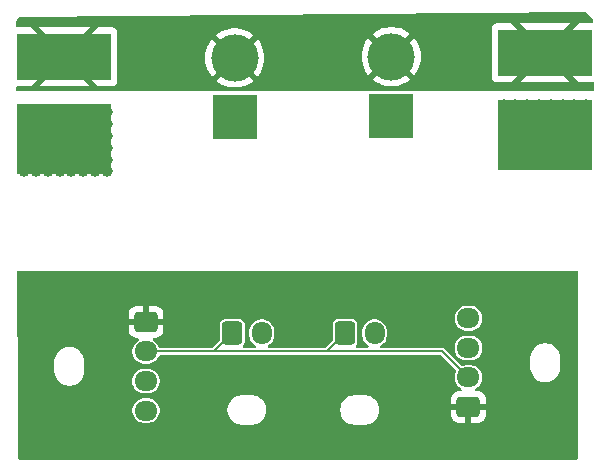
<source format=gbr>
%TF.GenerationSoftware,KiCad,Pcbnew,8.0.2*%
%TF.CreationDate,2024-06-04T11:42:55+09:00*%
%TF.ProjectId,RoboMaster branch circuit substrate,526f626f-4d61-4737-9465-72206272616e,rev?*%
%TF.SameCoordinates,Original*%
%TF.FileFunction,Copper,L1,Top*%
%TF.FilePolarity,Positive*%
%FSLAX46Y46*%
G04 Gerber Fmt 4.6, Leading zero omitted, Abs format (unit mm)*
G04 Created by KiCad (PCBNEW 8.0.2) date 2024-06-04 11:42:55*
%MOMM*%
%LPD*%
G01*
G04 APERTURE LIST*
G04 Aperture macros list*
%AMRoundRect*
0 Rectangle with rounded corners*
0 $1 Rounding radius*
0 $2 $3 $4 $5 $6 $7 $8 $9 X,Y pos of 4 corners*
0 Add a 4 corners polygon primitive as box body*
4,1,4,$2,$3,$4,$5,$6,$7,$8,$9,$2,$3,0*
0 Add four circle primitives for the rounded corners*
1,1,$1+$1,$2,$3*
1,1,$1+$1,$4,$5*
1,1,$1+$1,$6,$7*
1,1,$1+$1,$8,$9*
0 Add four rect primitives between the rounded corners*
20,1,$1+$1,$2,$3,$4,$5,0*
20,1,$1+$1,$4,$5,$6,$7,0*
20,1,$1+$1,$6,$7,$8,$9,0*
20,1,$1+$1,$8,$9,$2,$3,0*%
G04 Aperture macros list end*
%TA.AperFunction,SMDPad,CuDef*%
%ADD10R,8.000000X6.000000*%
%TD*%
%TA.AperFunction,SMDPad,CuDef*%
%ADD11R,8.000000X4.000000*%
%TD*%
%TA.AperFunction,ComponentPad*%
%ADD12RoundRect,0.250000X-0.725000X0.600000X-0.725000X-0.600000X0.725000X-0.600000X0.725000X0.600000X0*%
%TD*%
%TA.AperFunction,ComponentPad*%
%ADD13O,1.950000X1.700000*%
%TD*%
%TA.AperFunction,ComponentPad*%
%ADD14RoundRect,0.250000X-0.600000X-0.725000X0.600000X-0.725000X0.600000X0.725000X-0.600000X0.725000X0*%
%TD*%
%TA.AperFunction,ComponentPad*%
%ADD15O,1.700000X1.950000*%
%TD*%
%TA.AperFunction,ComponentPad*%
%ADD16R,3.800000X3.800000*%
%TD*%
%TA.AperFunction,ComponentPad*%
%ADD17C,4.000000*%
%TD*%
%TA.AperFunction,ComponentPad*%
%ADD18RoundRect,0.250000X0.725000X-0.600000X0.725000X0.600000X-0.725000X0.600000X-0.725000X-0.600000X0*%
%TD*%
%TA.AperFunction,ViaPad*%
%ADD19C,1.000000*%
%TD*%
%TA.AperFunction,Conductor*%
%ADD20C,0.200000*%
%TD*%
G04 APERTURE END LIST*
D10*
%TO.P,J11,1 GNDA*%
%TO.N,/-*%
X80410000Y-62580000D03*
D11*
%TO.P,J11,2 vcc*%
%TO.N,/+*%
X80410000Y-55580000D03*
%TD*%
D12*
%TO.P,J1,1,Pin_1*%
%TO.N,+5V*%
X87330000Y-78030000D03*
D13*
%TO.P,J1,2,Pin_2*%
%TO.N,/CANH*%
X87330000Y-80530000D03*
%TO.P,J1,3,Pin_3*%
%TO.N,/CANL*%
X87330000Y-83030000D03*
%TO.P,J1,4,Pin_4*%
%TO.N,GND*%
X87330000Y-85530000D03*
%TD*%
D14*
%TO.P,J3,1,Pin_1*%
%TO.N,/CANH*%
X94630000Y-78980000D03*
D15*
%TO.P,J3,2,Pin_2*%
%TO.N,/CANL*%
X97130000Y-78980000D03*
%TD*%
D14*
%TO.P,J4,1,Pin_1*%
%TO.N,/CANH*%
X104180000Y-78980000D03*
D15*
%TO.P,J4,2,Pin_2*%
%TO.N,/CANL*%
X106680000Y-78980000D03*
%TD*%
D16*
%TO.P,J14,1,Pin_1*%
%TO.N,/-*%
X108100000Y-60560000D03*
D17*
%TO.P,J14,2,Pin_2*%
%TO.N,/+*%
X108100000Y-55560000D03*
%TD*%
D16*
%TO.P,J13,1,Pin_1*%
%TO.N,/-*%
X94840000Y-60670000D03*
D17*
%TO.P,J13,2,Pin_2*%
%TO.N,/+*%
X94840000Y-55670000D03*
%TD*%
D10*
%TO.P,J12,1 GNDA*%
%TO.N,/-*%
X121110000Y-62230000D03*
D11*
%TO.P,J12,2 vcc*%
%TO.N,/+*%
X121110000Y-55230000D03*
%TD*%
D18*
%TO.P,J2,1,Pin_1*%
%TO.N,+5V*%
X114630000Y-85230000D03*
D13*
%TO.P,J2,2,Pin_2*%
%TO.N,/CANH*%
X114630000Y-82730000D03*
%TO.P,J2,3,Pin_3*%
%TO.N,/CANL*%
X114630000Y-80230000D03*
%TO.P,J2,4,Pin_4*%
%TO.N,GND*%
X114630000Y-77730000D03*
%TD*%
D19*
%TO.N,/-*%
X81010000Y-64280000D03*
X122610000Y-61680000D03*
X83010000Y-60280000D03*
X77010000Y-62280000D03*
X79010000Y-65280000D03*
X124610000Y-62680000D03*
X120610000Y-63680000D03*
X83010000Y-63280000D03*
X82010000Y-61280000D03*
X124610000Y-63680000D03*
X78010000Y-62280000D03*
X80010000Y-60280000D03*
X119610000Y-64680000D03*
X82010000Y-60280000D03*
X80010000Y-65280000D03*
X120610000Y-59680000D03*
X80010000Y-63280000D03*
X123610000Y-62680000D03*
X122610000Y-59680000D03*
X79010000Y-63280000D03*
X117610000Y-63680000D03*
X78010000Y-60280000D03*
X82010000Y-64280000D03*
X118610000Y-64680000D03*
X124610000Y-64680000D03*
X122610000Y-62680000D03*
X83010000Y-61280000D03*
X77010000Y-60280000D03*
X123610000Y-61680000D03*
X78010000Y-61280000D03*
X78010000Y-65280000D03*
X81010000Y-62280000D03*
X82010000Y-65280000D03*
X80010000Y-61280000D03*
X120610000Y-62680000D03*
X117610000Y-62680000D03*
X117610000Y-64680000D03*
X83010000Y-62280000D03*
X121610000Y-62680000D03*
X120610000Y-61680000D03*
X121610000Y-60680000D03*
X79010000Y-60280000D03*
X121610000Y-61680000D03*
X78010000Y-63280000D03*
X117610000Y-61680000D03*
X120610000Y-64680000D03*
X84010000Y-62280000D03*
X123610000Y-64680000D03*
X122610000Y-60680000D03*
X119610000Y-62680000D03*
X79010000Y-64280000D03*
X118610000Y-59680000D03*
X123610000Y-59680000D03*
X84010000Y-65280000D03*
X77010000Y-65280000D03*
X77010000Y-61280000D03*
X84010000Y-61280000D03*
X81010000Y-63280000D03*
X124610000Y-61680000D03*
X80010000Y-64280000D03*
X121610000Y-64680000D03*
X121610000Y-59680000D03*
X122610000Y-63680000D03*
X79010000Y-62280000D03*
X119610000Y-60680000D03*
X118610000Y-62680000D03*
X122610000Y-64680000D03*
X81010000Y-60280000D03*
X80010000Y-62280000D03*
X81010000Y-65280000D03*
X118610000Y-60680000D03*
X79010000Y-61280000D03*
X78010000Y-64280000D03*
X117610000Y-60680000D03*
X117610000Y-59680000D03*
X119610000Y-61680000D03*
X124610000Y-59680000D03*
X119610000Y-59680000D03*
X81010000Y-61280000D03*
X123610000Y-63680000D03*
X121610000Y-63680000D03*
X77010000Y-64280000D03*
X84010000Y-63280000D03*
X123610000Y-60680000D03*
X83010000Y-65280000D03*
X124610000Y-60680000D03*
X84010000Y-64280000D03*
X82010000Y-62280000D03*
X120610000Y-60680000D03*
X82010000Y-63280000D03*
X118610000Y-63680000D03*
X118610000Y-61680000D03*
X119610000Y-63680000D03*
X83010000Y-64280000D03*
X77010000Y-63280000D03*
X84010000Y-60280000D03*
%TD*%
D20*
%TO.N,/CANH*%
X104180000Y-78980000D02*
X102630000Y-80530000D01*
X87330000Y-80530000D02*
X112430000Y-80530000D01*
X94630000Y-78980000D02*
X93080000Y-80530000D01*
X112430000Y-80530000D02*
X114630000Y-82730000D01*
X87330000Y-80680000D02*
X87430000Y-80680000D01*
%TO.N,+5V*%
X87280000Y-78230000D02*
X87330000Y-78180000D01*
%TO.N,GND*%
X115280000Y-77880000D02*
X114630000Y-77880000D01*
%TD*%
%TA.AperFunction,Conductor*%
%TO.N,/+*%
G36*
X124560103Y-51810917D02*
G01*
X124602914Y-51834293D01*
X124617784Y-51843849D01*
X124774867Y-51961441D01*
X124788237Y-51973027D01*
X124926972Y-52111762D01*
X124938558Y-52125132D01*
X125033293Y-52251683D01*
X125056146Y-52282210D01*
X125065711Y-52297095D01*
X125159740Y-52469298D01*
X125167089Y-52485390D01*
X125195912Y-52562666D01*
X125200897Y-52632357D01*
X125167413Y-52693681D01*
X125106090Y-52727166D01*
X125079731Y-52730000D01*
X123963552Y-52730000D01*
X121463553Y-55230000D01*
X123963553Y-57730000D01*
X125157828Y-57730000D01*
X125157841Y-57729999D01*
X125162243Y-57729526D01*
X125231003Y-57741930D01*
X125282141Y-57789540D01*
X125299500Y-57852815D01*
X125299500Y-58376000D01*
X125279815Y-58443039D01*
X125227011Y-58488794D01*
X125175500Y-58500000D01*
X110159048Y-58500000D01*
X110092009Y-58480315D01*
X110090157Y-58479102D01*
X110078231Y-58471133D01*
X110078229Y-58471132D01*
X110078226Y-58471131D01*
X110019752Y-58459500D01*
X110019748Y-58459500D01*
X106180252Y-58459500D01*
X106180247Y-58459500D01*
X106121773Y-58471131D01*
X106121769Y-58471133D01*
X106109843Y-58479102D01*
X106043165Y-58499980D01*
X106040952Y-58500000D01*
X76424500Y-58500000D01*
X76357461Y-58480315D01*
X76311706Y-58427511D01*
X76300500Y-58376000D01*
X76300500Y-58204000D01*
X76320185Y-58136961D01*
X76372989Y-58091206D01*
X76424500Y-58080000D01*
X77556447Y-58080000D01*
X77556447Y-58079999D01*
X78263552Y-58079999D01*
X78263553Y-58080000D01*
X82556447Y-58080000D01*
X82556447Y-58079999D01*
X80410000Y-55933553D01*
X78263552Y-58079999D01*
X77556447Y-58079999D01*
X80056447Y-55580000D01*
X80763553Y-55580000D01*
X83263553Y-58080000D01*
X84457828Y-58080000D01*
X84457844Y-58079999D01*
X84517372Y-58073598D01*
X84517379Y-58073596D01*
X84652086Y-58023354D01*
X84652093Y-58023350D01*
X84767187Y-57937190D01*
X84767190Y-57937187D01*
X84853350Y-57822093D01*
X84853354Y-57822086D01*
X84903596Y-57687379D01*
X84903598Y-57687372D01*
X84909999Y-57627844D01*
X84910000Y-57627827D01*
X84910000Y-55669994D01*
X92335057Y-55669994D01*
X92335057Y-55670005D01*
X92354807Y-55983942D01*
X92354808Y-55983949D01*
X92413755Y-56292958D01*
X92510963Y-56592132D01*
X92510965Y-56592137D01*
X92644900Y-56876761D01*
X92644903Y-56876767D01*
X92813457Y-57142367D01*
X92813460Y-57142371D01*
X92904286Y-57252160D01*
X93724728Y-56431717D01*
X93810278Y-56549466D01*
X93960534Y-56699722D01*
X94078281Y-56785270D01*
X93254971Y-57608579D01*
X93254972Y-57608581D01*
X93497772Y-57784985D01*
X93497790Y-57784996D01*
X93773447Y-57936540D01*
X93773455Y-57936544D01*
X94065926Y-58052340D01*
X94370620Y-58130573D01*
X94370629Y-58130575D01*
X94682701Y-58169999D01*
X94682715Y-58170000D01*
X94997285Y-58170000D01*
X94997298Y-58169999D01*
X95309370Y-58130575D01*
X95309379Y-58130573D01*
X95614073Y-58052340D01*
X95906544Y-57936544D01*
X95906552Y-57936540D01*
X96182209Y-57784996D01*
X96182219Y-57784990D01*
X96425026Y-57608579D01*
X96425027Y-57608579D01*
X95601718Y-56785270D01*
X95719466Y-56699722D01*
X95869722Y-56549466D01*
X95955270Y-56431718D01*
X96775712Y-57252160D01*
X96866544Y-57142364D01*
X97035096Y-56876767D01*
X97035099Y-56876761D01*
X97169034Y-56592137D01*
X97169036Y-56592132D01*
X97266244Y-56292958D01*
X97325191Y-55983949D01*
X97325192Y-55983942D01*
X97344943Y-55670005D01*
X97344943Y-55669994D01*
X97338022Y-55559994D01*
X105595057Y-55559994D01*
X105595057Y-55560005D01*
X105614807Y-55873942D01*
X105614808Y-55873949D01*
X105673755Y-56182958D01*
X105770963Y-56482132D01*
X105770965Y-56482137D01*
X105904900Y-56766761D01*
X105904903Y-56766767D01*
X106073457Y-57032367D01*
X106073460Y-57032371D01*
X106164286Y-57142160D01*
X106984728Y-56321717D01*
X107070278Y-56439466D01*
X107220534Y-56589722D01*
X107338281Y-56675270D01*
X106514971Y-57498579D01*
X106514972Y-57498581D01*
X106757772Y-57674985D01*
X106757790Y-57674996D01*
X107033447Y-57826540D01*
X107033455Y-57826544D01*
X107325926Y-57942340D01*
X107630620Y-58020573D01*
X107630629Y-58020575D01*
X107942701Y-58059999D01*
X107942715Y-58060000D01*
X108257285Y-58060000D01*
X108257298Y-58059999D01*
X108569370Y-58020575D01*
X108569379Y-58020573D01*
X108874073Y-57942340D01*
X109166544Y-57826544D01*
X109166552Y-57826540D01*
X109442209Y-57674996D01*
X109442219Y-57674990D01*
X109685026Y-57498579D01*
X109685027Y-57498579D01*
X108861718Y-56675270D01*
X108979466Y-56589722D01*
X109129722Y-56439466D01*
X109215270Y-56321718D01*
X110035712Y-57142160D01*
X110126544Y-57032364D01*
X110295096Y-56766767D01*
X110295099Y-56766761D01*
X110429034Y-56482137D01*
X110429036Y-56482132D01*
X110526244Y-56182958D01*
X110585191Y-55873949D01*
X110585192Y-55873942D01*
X110604943Y-55560005D01*
X110604943Y-55559994D01*
X110585192Y-55246057D01*
X110585191Y-55246050D01*
X110526244Y-54937041D01*
X110429036Y-54637867D01*
X110429034Y-54637862D01*
X110295099Y-54353238D01*
X110295096Y-54353232D01*
X110126542Y-54087632D01*
X110126539Y-54087628D01*
X110035712Y-53977838D01*
X109215269Y-54798281D01*
X109129722Y-54680534D01*
X108979466Y-54530278D01*
X108861717Y-54444729D01*
X109685027Y-53621419D01*
X109685026Y-53621417D01*
X109442227Y-53445014D01*
X109442209Y-53445003D01*
X109166552Y-53293459D01*
X109166544Y-53293455D01*
X108885429Y-53182155D01*
X116610000Y-53182155D01*
X116610000Y-57277844D01*
X116616401Y-57337372D01*
X116616403Y-57337379D01*
X116666645Y-57472086D01*
X116666649Y-57472093D01*
X116752809Y-57587187D01*
X116752812Y-57587190D01*
X116867906Y-57673350D01*
X116867913Y-57673354D01*
X117002620Y-57723596D01*
X117002627Y-57723598D01*
X117062155Y-57729999D01*
X117062172Y-57730000D01*
X118256447Y-57730000D01*
X118256447Y-57729999D01*
X118963552Y-57729999D01*
X118963553Y-57730000D01*
X123256447Y-57730000D01*
X123256447Y-57729999D01*
X121110000Y-55583553D01*
X118963552Y-57729999D01*
X118256447Y-57729999D01*
X120756447Y-55230000D01*
X118256447Y-52730000D01*
X118963552Y-52730000D01*
X121110000Y-54876447D01*
X123256447Y-52730000D01*
X118963552Y-52730000D01*
X118256447Y-52730000D01*
X117062155Y-52730000D01*
X117002627Y-52736401D01*
X117002620Y-52736403D01*
X116867913Y-52786645D01*
X116867906Y-52786649D01*
X116752812Y-52872809D01*
X116752809Y-52872812D01*
X116666649Y-52987906D01*
X116666645Y-52987913D01*
X116616403Y-53122620D01*
X116616401Y-53122627D01*
X116610000Y-53182155D01*
X108885429Y-53182155D01*
X108874073Y-53177659D01*
X108569379Y-53099426D01*
X108569370Y-53099424D01*
X108257298Y-53060000D01*
X107942701Y-53060000D01*
X107630629Y-53099424D01*
X107630620Y-53099426D01*
X107325926Y-53177659D01*
X107033455Y-53293455D01*
X107033447Y-53293459D01*
X106757787Y-53445004D01*
X106757782Y-53445007D01*
X106514972Y-53621418D01*
X106514971Y-53621419D01*
X107338281Y-54444729D01*
X107220534Y-54530278D01*
X107070278Y-54680534D01*
X106984729Y-54798281D01*
X106164286Y-53977838D01*
X106164285Y-53977838D01*
X106073459Y-54087629D01*
X106073457Y-54087632D01*
X105904903Y-54353232D01*
X105904900Y-54353238D01*
X105770965Y-54637862D01*
X105770963Y-54637867D01*
X105673755Y-54937041D01*
X105614808Y-55246050D01*
X105614807Y-55246057D01*
X105595057Y-55559994D01*
X97338022Y-55559994D01*
X97325192Y-55356057D01*
X97325191Y-55356050D01*
X97266244Y-55047041D01*
X97169036Y-54747867D01*
X97169034Y-54747862D01*
X97035099Y-54463238D01*
X97035096Y-54463232D01*
X96866542Y-54197632D01*
X96866539Y-54197628D01*
X96775712Y-54087838D01*
X95955269Y-54908281D01*
X95869722Y-54790534D01*
X95719466Y-54640278D01*
X95601717Y-54554729D01*
X96425027Y-53731419D01*
X96425026Y-53731417D01*
X96182227Y-53555014D01*
X96182209Y-53555003D01*
X95906552Y-53403459D01*
X95906544Y-53403455D01*
X95614073Y-53287659D01*
X95309379Y-53209426D01*
X95309370Y-53209424D01*
X94997298Y-53170000D01*
X94682701Y-53170000D01*
X94370629Y-53209424D01*
X94370620Y-53209426D01*
X94065926Y-53287659D01*
X93773455Y-53403455D01*
X93773447Y-53403459D01*
X93497787Y-53555004D01*
X93497782Y-53555007D01*
X93254972Y-53731418D01*
X93254971Y-53731419D01*
X94078281Y-54554729D01*
X93960534Y-54640278D01*
X93810278Y-54790534D01*
X93724729Y-54908281D01*
X92904286Y-54087838D01*
X92904285Y-54087838D01*
X92813459Y-54197629D01*
X92813457Y-54197632D01*
X92644903Y-54463232D01*
X92644900Y-54463238D01*
X92510965Y-54747862D01*
X92510963Y-54747867D01*
X92413755Y-55047041D01*
X92354808Y-55356050D01*
X92354807Y-55356057D01*
X92335057Y-55669994D01*
X84910000Y-55669994D01*
X84910000Y-53532172D01*
X84909999Y-53532155D01*
X84903598Y-53472627D01*
X84903596Y-53472620D01*
X84853354Y-53337913D01*
X84853350Y-53337906D01*
X84767190Y-53222812D01*
X84767187Y-53222809D01*
X84652093Y-53136649D01*
X84652086Y-53136645D01*
X84517379Y-53086403D01*
X84517372Y-53086401D01*
X84457844Y-53080000D01*
X83263552Y-53080000D01*
X80763553Y-55580000D01*
X80056447Y-55580000D01*
X77556447Y-53080000D01*
X78263552Y-53080000D01*
X80410000Y-55226447D01*
X82556447Y-53080000D01*
X78263552Y-53080000D01*
X77556447Y-53080000D01*
X76435116Y-53080000D01*
X76368077Y-53060315D01*
X76322322Y-53007511D01*
X76311432Y-52947155D01*
X76315130Y-52895444D01*
X76317646Y-52877938D01*
X76359356Y-52686199D01*
X76364333Y-52669248D01*
X76432911Y-52485385D01*
X76440259Y-52469298D01*
X76534294Y-52297083D01*
X76543847Y-52282218D01*
X76566708Y-52251680D01*
X76622638Y-52209811D01*
X76664916Y-52201996D01*
X124499631Y-51795756D01*
X124560103Y-51810917D01*
G37*
%TD.AperFunction*%
%TD*%
%TA.AperFunction,Conductor*%
%TO.N,+5V*%
G36*
X123873039Y-73699685D02*
G01*
X123918794Y-73752489D01*
X123930000Y-73804000D01*
X123930000Y-89556000D01*
X123910315Y-89623039D01*
X123857511Y-89668794D01*
X123806000Y-89680000D01*
X76603613Y-89680000D01*
X76536574Y-89660315D01*
X76490819Y-89607511D01*
X76479614Y-89556387D01*
X76466708Y-85426530D01*
X86154500Y-85426530D01*
X86154500Y-85633469D01*
X86194868Y-85836412D01*
X86194870Y-85836420D01*
X86274058Y-86027596D01*
X86389024Y-86199657D01*
X86535342Y-86345975D01*
X86535345Y-86345977D01*
X86707402Y-86460941D01*
X86898580Y-86540130D01*
X87099011Y-86579998D01*
X87101530Y-86580499D01*
X87101534Y-86580500D01*
X87101535Y-86580500D01*
X87558466Y-86580500D01*
X87558467Y-86580499D01*
X87761420Y-86540130D01*
X87952598Y-86460941D01*
X88124655Y-86345977D01*
X88270977Y-86199655D01*
X88385941Y-86027598D01*
X88465130Y-85836420D01*
X88505500Y-85633465D01*
X88505500Y-85426535D01*
X88496557Y-85381577D01*
X94229500Y-85381577D01*
X94229500Y-85578422D01*
X94260290Y-85772826D01*
X94321117Y-85960029D01*
X94410476Y-86135405D01*
X94526172Y-86294646D01*
X94665354Y-86433828D01*
X94824595Y-86549524D01*
X94885389Y-86580500D01*
X94999970Y-86638882D01*
X94999972Y-86638882D01*
X94999975Y-86638884D01*
X95100317Y-86671487D01*
X95187173Y-86699709D01*
X95381578Y-86730500D01*
X95381583Y-86730500D01*
X96378422Y-86730500D01*
X96572826Y-86699709D01*
X96760025Y-86638884D01*
X96935405Y-86549524D01*
X97094646Y-86433828D01*
X97233828Y-86294646D01*
X97349524Y-86135405D01*
X97438884Y-85960025D01*
X97499709Y-85772826D01*
X97530500Y-85578422D01*
X97530500Y-85381577D01*
X103779500Y-85381577D01*
X103779500Y-85578422D01*
X103810290Y-85772826D01*
X103871117Y-85960029D01*
X103960476Y-86135405D01*
X104076172Y-86294646D01*
X104215354Y-86433828D01*
X104374595Y-86549524D01*
X104435389Y-86580500D01*
X104549970Y-86638882D01*
X104549972Y-86638882D01*
X104549975Y-86638884D01*
X104650317Y-86671487D01*
X104737173Y-86699709D01*
X104931578Y-86730500D01*
X104931583Y-86730500D01*
X105928422Y-86730500D01*
X106122826Y-86699709D01*
X106310025Y-86638884D01*
X106485405Y-86549524D01*
X106644646Y-86433828D01*
X106783828Y-86294646D01*
X106899524Y-86135405D01*
X106988884Y-85960025D01*
X107049709Y-85772826D01*
X107080500Y-85578422D01*
X107080500Y-85381577D01*
X107049709Y-85187173D01*
X107004052Y-85046657D01*
X106988884Y-84999975D01*
X106988882Y-84999972D01*
X106988882Y-84999970D01*
X106899523Y-84824594D01*
X106872478Y-84787370D01*
X106783828Y-84665354D01*
X106644646Y-84526172D01*
X106485405Y-84410476D01*
X106310029Y-84321117D01*
X106122826Y-84260290D01*
X105928422Y-84229500D01*
X105928417Y-84229500D01*
X104931583Y-84229500D01*
X104931578Y-84229500D01*
X104737173Y-84260290D01*
X104549970Y-84321117D01*
X104374594Y-84410476D01*
X104283741Y-84476485D01*
X104215354Y-84526172D01*
X104215352Y-84526174D01*
X104215351Y-84526174D01*
X104076174Y-84665351D01*
X104076174Y-84665352D01*
X104076172Y-84665354D01*
X104040812Y-84714023D01*
X103960476Y-84824594D01*
X103871117Y-84999970D01*
X103810290Y-85187173D01*
X103779500Y-85381577D01*
X97530500Y-85381577D01*
X97499709Y-85187173D01*
X97454052Y-85046657D01*
X97438884Y-84999975D01*
X97438882Y-84999972D01*
X97438882Y-84999970D01*
X97349523Y-84824594D01*
X97322478Y-84787370D01*
X97233828Y-84665354D01*
X97094646Y-84526172D01*
X96935405Y-84410476D01*
X96760029Y-84321117D01*
X96572826Y-84260290D01*
X96378422Y-84229500D01*
X96378417Y-84229500D01*
X95381583Y-84229500D01*
X95381578Y-84229500D01*
X95187173Y-84260290D01*
X94999970Y-84321117D01*
X94824594Y-84410476D01*
X94733741Y-84476485D01*
X94665354Y-84526172D01*
X94665352Y-84526174D01*
X94665351Y-84526174D01*
X94526174Y-84665351D01*
X94526174Y-84665352D01*
X94526172Y-84665354D01*
X94490812Y-84714023D01*
X94410476Y-84824594D01*
X94321117Y-84999970D01*
X94260290Y-85187173D01*
X94229500Y-85381577D01*
X88496557Y-85381577D01*
X88465130Y-85223580D01*
X88385941Y-85032402D01*
X88270977Y-84860345D01*
X88270975Y-84860342D01*
X88124657Y-84714024D01*
X88038626Y-84656541D01*
X87952598Y-84599059D01*
X87906653Y-84580028D01*
X87761420Y-84519870D01*
X87761412Y-84519868D01*
X87558469Y-84479500D01*
X87558465Y-84479500D01*
X87101535Y-84479500D01*
X87101530Y-84479500D01*
X86898587Y-84519868D01*
X86898579Y-84519870D01*
X86707403Y-84599058D01*
X86535342Y-84714024D01*
X86389024Y-84860342D01*
X86274058Y-85032403D01*
X86194870Y-85223579D01*
X86194868Y-85223587D01*
X86154500Y-85426530D01*
X76466708Y-85426530D01*
X76453755Y-81281577D01*
X79579500Y-81281577D01*
X79579500Y-82278422D01*
X79610290Y-82472826D01*
X79671117Y-82660029D01*
X79703502Y-82723587D01*
X79760476Y-82835405D01*
X79876172Y-82994646D01*
X80015354Y-83133828D01*
X80174595Y-83249524D01*
X80257455Y-83291743D01*
X80349970Y-83338882D01*
X80349972Y-83338882D01*
X80349975Y-83338884D01*
X80450317Y-83371487D01*
X80537173Y-83399709D01*
X80731578Y-83430500D01*
X80731583Y-83430500D01*
X80928422Y-83430500D01*
X81122826Y-83399709D01*
X81122992Y-83399655D01*
X81310025Y-83338884D01*
X81485405Y-83249524D01*
X81644646Y-83133828D01*
X81783828Y-82994646D01*
X81833317Y-82926530D01*
X86154500Y-82926530D01*
X86154500Y-83133469D01*
X86177585Y-83249523D01*
X86194870Y-83336420D01*
X86274059Y-83527598D01*
X86331541Y-83613626D01*
X86389024Y-83699657D01*
X86535342Y-83845975D01*
X86535345Y-83845977D01*
X86707402Y-83960941D01*
X86898580Y-84040130D01*
X87101530Y-84080499D01*
X87101534Y-84080500D01*
X87101535Y-84080500D01*
X87558466Y-84080500D01*
X87558467Y-84080499D01*
X87761420Y-84040130D01*
X87952598Y-83960941D01*
X88124655Y-83845977D01*
X88270977Y-83699655D01*
X88385941Y-83527598D01*
X88465130Y-83336420D01*
X88505500Y-83133465D01*
X88505500Y-82926535D01*
X88465130Y-82723580D01*
X88385941Y-82532402D01*
X88270977Y-82360345D01*
X88270975Y-82360342D01*
X88124657Y-82214024D01*
X88016589Y-82141816D01*
X87952598Y-82099059D01*
X87859127Y-82060342D01*
X87761420Y-82019870D01*
X87761412Y-82019868D01*
X87558469Y-81979500D01*
X87558465Y-81979500D01*
X87101535Y-81979500D01*
X87101530Y-81979500D01*
X86898587Y-82019868D01*
X86898579Y-82019870D01*
X86707403Y-82099058D01*
X86535342Y-82214024D01*
X86389024Y-82360342D01*
X86274058Y-82532403D01*
X86194870Y-82723579D01*
X86194868Y-82723587D01*
X86154500Y-82926530D01*
X81833317Y-82926530D01*
X81899524Y-82835405D01*
X81988884Y-82660025D01*
X82049709Y-82472826D01*
X82067525Y-82360342D01*
X82080500Y-82278422D01*
X82080500Y-81281577D01*
X82049709Y-81087173D01*
X82015398Y-80981577D01*
X81988884Y-80899975D01*
X81988882Y-80899972D01*
X81988882Y-80899970D01*
X81899523Y-80724594D01*
X81783828Y-80565354D01*
X81644646Y-80426172D01*
X81485405Y-80310476D01*
X81310029Y-80221117D01*
X81122826Y-80160290D01*
X80928422Y-80129500D01*
X80928417Y-80129500D01*
X80731583Y-80129500D01*
X80731578Y-80129500D01*
X80537173Y-80160290D01*
X80349970Y-80221117D01*
X80174594Y-80310476D01*
X80083741Y-80376485D01*
X80015354Y-80426172D01*
X80015352Y-80426174D01*
X80015351Y-80426174D01*
X79876174Y-80565351D01*
X79876174Y-80565352D01*
X79876172Y-80565354D01*
X79826686Y-80633465D01*
X79760476Y-80724594D01*
X79671117Y-80899970D01*
X79610290Y-81087173D01*
X79579500Y-81281577D01*
X76453755Y-81281577D01*
X76441563Y-77380013D01*
X85855000Y-77380013D01*
X85855000Y-77780000D01*
X86925854Y-77780000D01*
X86887370Y-77846657D01*
X86855000Y-77967465D01*
X86855000Y-78092535D01*
X86887370Y-78213343D01*
X86925854Y-78280000D01*
X85855001Y-78280000D01*
X85855001Y-78679986D01*
X85865494Y-78782697D01*
X85920641Y-78949119D01*
X85920643Y-78949124D01*
X86012684Y-79098345D01*
X86136654Y-79222315D01*
X86285875Y-79314356D01*
X86285880Y-79314358D01*
X86452302Y-79369505D01*
X86452309Y-79369506D01*
X86555019Y-79379999D01*
X86626471Y-79379999D01*
X86693511Y-79399683D01*
X86739267Y-79452486D01*
X86749211Y-79521644D01*
X86720187Y-79585200D01*
X86695364Y-79607101D01*
X86535345Y-79714022D01*
X86535341Y-79714025D01*
X86389024Y-79860342D01*
X86274058Y-80032403D01*
X86194870Y-80223579D01*
X86194868Y-80223587D01*
X86154500Y-80426530D01*
X86154500Y-80633469D01*
X86194868Y-80836412D01*
X86194870Y-80836420D01*
X86221195Y-80899975D01*
X86274059Y-81027598D01*
X86313866Y-81087174D01*
X86389024Y-81199657D01*
X86535342Y-81345975D01*
X86535345Y-81345977D01*
X86707402Y-81460941D01*
X86898580Y-81540130D01*
X87101530Y-81580499D01*
X87101534Y-81580500D01*
X87101535Y-81580500D01*
X87558466Y-81580500D01*
X87558467Y-81580499D01*
X87761420Y-81540130D01*
X87952598Y-81460941D01*
X88124655Y-81345977D01*
X88270977Y-81199655D01*
X88385941Y-81027598D01*
X88435875Y-80907046D01*
X88479716Y-80852644D01*
X88546010Y-80830579D01*
X88550436Y-80830500D01*
X93040438Y-80830500D01*
X93119562Y-80830500D01*
X102590438Y-80830500D01*
X102669562Y-80830500D01*
X112254167Y-80830500D01*
X112321206Y-80850185D01*
X112341848Y-80866819D01*
X113555522Y-82080493D01*
X113589007Y-82141816D01*
X113584023Y-82211508D01*
X113576264Y-82226676D01*
X113576929Y-82227032D01*
X113574059Y-82232400D01*
X113494870Y-82423579D01*
X113494868Y-82423587D01*
X113454500Y-82626530D01*
X113454500Y-82833469D01*
X113486561Y-82994648D01*
X113494870Y-83036420D01*
X113574059Y-83227598D01*
X113631541Y-83313626D01*
X113689024Y-83399657D01*
X113835342Y-83545975D01*
X113835345Y-83545977D01*
X113995367Y-83652899D01*
X114040170Y-83706509D01*
X114048878Y-83775834D01*
X114018724Y-83838862D01*
X113959282Y-83875581D01*
X113926477Y-83880000D01*
X113855029Y-83880000D01*
X113855012Y-83880001D01*
X113752302Y-83890494D01*
X113585880Y-83945641D01*
X113585875Y-83945643D01*
X113436654Y-84037684D01*
X113312684Y-84161654D01*
X113220643Y-84310875D01*
X113220641Y-84310880D01*
X113165494Y-84477302D01*
X113165493Y-84477309D01*
X113155000Y-84580013D01*
X113155000Y-84980000D01*
X114225854Y-84980000D01*
X114187370Y-85046657D01*
X114155000Y-85167465D01*
X114155000Y-85292535D01*
X114187370Y-85413343D01*
X114225854Y-85480000D01*
X113155001Y-85480000D01*
X113155001Y-85879986D01*
X113165494Y-85982697D01*
X113220641Y-86149119D01*
X113220643Y-86149124D01*
X113312684Y-86298345D01*
X113436654Y-86422315D01*
X113585875Y-86514356D01*
X113585880Y-86514358D01*
X113752302Y-86569505D01*
X113752309Y-86569506D01*
X113855019Y-86579999D01*
X114379999Y-86579999D01*
X114380000Y-86579998D01*
X114380000Y-85634145D01*
X114446657Y-85672630D01*
X114567465Y-85705000D01*
X114692535Y-85705000D01*
X114813343Y-85672630D01*
X114880000Y-85634145D01*
X114880000Y-86579999D01*
X115404972Y-86579999D01*
X115404986Y-86579998D01*
X115507697Y-86569505D01*
X115674119Y-86514358D01*
X115674124Y-86514356D01*
X115823345Y-86422315D01*
X115947315Y-86298345D01*
X116039356Y-86149124D01*
X116039358Y-86149119D01*
X116094505Y-85982697D01*
X116094506Y-85982690D01*
X116104999Y-85879986D01*
X116105000Y-85879973D01*
X116105000Y-85480000D01*
X115034146Y-85480000D01*
X115072630Y-85413343D01*
X115105000Y-85292535D01*
X115105000Y-85167465D01*
X115072630Y-85046657D01*
X115034146Y-84980000D01*
X116104999Y-84980000D01*
X116104999Y-84580028D01*
X116104998Y-84580013D01*
X116094505Y-84477302D01*
X116039358Y-84310880D01*
X116039356Y-84310875D01*
X115947315Y-84161654D01*
X115823345Y-84037684D01*
X115674124Y-83945643D01*
X115674119Y-83945641D01*
X115507697Y-83890494D01*
X115507690Y-83890493D01*
X115404986Y-83880000D01*
X115333526Y-83880000D01*
X115266487Y-83860315D01*
X115220732Y-83807511D01*
X115210788Y-83738353D01*
X115239813Y-83674797D01*
X115264633Y-83652899D01*
X115424655Y-83545977D01*
X115570977Y-83399655D01*
X115685941Y-83227598D01*
X115765130Y-83036420D01*
X115805500Y-82833465D01*
X115805500Y-82626535D01*
X115765130Y-82423580D01*
X115685941Y-82232402D01*
X115570977Y-82060345D01*
X115570975Y-82060342D01*
X115424657Y-81914024D01*
X115338626Y-81856541D01*
X115252598Y-81799059D01*
X115061420Y-81719870D01*
X115061412Y-81719868D01*
X114858469Y-81679500D01*
X114858465Y-81679500D01*
X114401535Y-81679500D01*
X114401530Y-81679500D01*
X114198587Y-81719868D01*
X114198580Y-81719870D01*
X114166415Y-81733193D01*
X114096946Y-81740661D01*
X114034467Y-81709385D01*
X114031283Y-81706312D01*
X112614512Y-80289541D01*
X112614504Y-80289535D01*
X112572619Y-80265353D01*
X112572615Y-80265352D01*
X112563324Y-80259987D01*
X112545990Y-80249979D01*
X112545991Y-80249979D01*
X112507775Y-80239739D01*
X112469562Y-80229500D01*
X112469560Y-80229500D01*
X107296690Y-80229500D01*
X107229651Y-80209815D01*
X107183896Y-80157011D01*
X107179513Y-80126530D01*
X113454500Y-80126530D01*
X113454500Y-80333469D01*
X113494868Y-80536412D01*
X113494870Y-80536420D01*
X113521195Y-80599975D01*
X113574059Y-80727598D01*
X113613866Y-80787174D01*
X113689024Y-80899657D01*
X113835342Y-81045975D01*
X113835345Y-81045977D01*
X114007402Y-81160941D01*
X114198580Y-81240130D01*
X114401530Y-81280499D01*
X114401534Y-81280500D01*
X114401535Y-81280500D01*
X114858466Y-81280500D01*
X114858467Y-81280499D01*
X115061420Y-81240130D01*
X115252598Y-81160941D01*
X115424655Y-81045977D01*
X115489055Y-80981577D01*
X119879500Y-80981577D01*
X119879500Y-81978422D01*
X119910290Y-82172826D01*
X119971117Y-82360029D01*
X120058946Y-82532402D01*
X120060476Y-82535405D01*
X120176172Y-82694646D01*
X120315354Y-82833828D01*
X120474595Y-82949524D01*
X120557455Y-82991743D01*
X120649970Y-83038882D01*
X120649972Y-83038882D01*
X120649975Y-83038884D01*
X120750317Y-83071487D01*
X120837173Y-83099709D01*
X121031578Y-83130500D01*
X121031583Y-83130500D01*
X121228422Y-83130500D01*
X121422826Y-83099709D01*
X121610025Y-83038884D01*
X121785405Y-82949524D01*
X121944646Y-82833828D01*
X122083828Y-82694646D01*
X122199524Y-82535405D01*
X122288721Y-82360345D01*
X122288882Y-82360029D01*
X122288882Y-82360028D01*
X122288884Y-82360025D01*
X122349709Y-82172826D01*
X122352936Y-82152451D01*
X122380500Y-81978422D01*
X122380500Y-80981577D01*
X122349709Y-80787173D01*
X122299767Y-80633469D01*
X122288884Y-80599975D01*
X122288882Y-80599972D01*
X122288882Y-80599970D01*
X122200512Y-80426535D01*
X122199524Y-80424595D01*
X122083828Y-80265354D01*
X121944646Y-80126172D01*
X121785405Y-80010476D01*
X121769549Y-80002397D01*
X121610029Y-79921117D01*
X121422826Y-79860290D01*
X121228422Y-79829500D01*
X121228417Y-79829500D01*
X121031583Y-79829500D01*
X121031578Y-79829500D01*
X120837173Y-79860290D01*
X120649970Y-79921117D01*
X120474594Y-80010476D01*
X120383741Y-80076485D01*
X120315354Y-80126172D01*
X120315352Y-80126174D01*
X120315351Y-80126174D01*
X120176174Y-80265351D01*
X120176174Y-80265352D01*
X120176172Y-80265354D01*
X120158600Y-80289540D01*
X120060476Y-80424594D01*
X119971117Y-80599970D01*
X119910290Y-80787173D01*
X119879500Y-80981577D01*
X115489055Y-80981577D01*
X115570977Y-80899655D01*
X115685941Y-80727598D01*
X115765130Y-80536420D01*
X115805500Y-80333465D01*
X115805500Y-80126535D01*
X115765130Y-79923580D01*
X115685941Y-79732402D01*
X115570977Y-79560345D01*
X115570975Y-79560342D01*
X115424657Y-79414024D01*
X115338626Y-79356541D01*
X115252598Y-79299059D01*
X115061420Y-79219870D01*
X115061412Y-79219868D01*
X114858469Y-79179500D01*
X114858465Y-79179500D01*
X114401535Y-79179500D01*
X114401530Y-79179500D01*
X114198587Y-79219868D01*
X114198579Y-79219870D01*
X114007403Y-79299058D01*
X113835342Y-79414024D01*
X113689024Y-79560342D01*
X113574058Y-79732403D01*
X113494870Y-79923579D01*
X113494868Y-79923587D01*
X113454500Y-80126530D01*
X107179513Y-80126530D01*
X107173952Y-80087853D01*
X107202977Y-80024297D01*
X107227800Y-80002397D01*
X107349655Y-79920977D01*
X107495977Y-79774655D01*
X107610941Y-79602598D01*
X107690130Y-79411420D01*
X107730500Y-79208465D01*
X107730500Y-78751535D01*
X107690130Y-78548580D01*
X107610941Y-78357402D01*
X107495977Y-78185345D01*
X107495975Y-78185342D01*
X107349657Y-78039024D01*
X107242560Y-77967465D01*
X107177598Y-77924059D01*
X106986420Y-77844870D01*
X106986412Y-77844868D01*
X106783469Y-77804500D01*
X106783465Y-77804500D01*
X106576535Y-77804500D01*
X106576530Y-77804500D01*
X106373587Y-77844868D01*
X106373579Y-77844870D01*
X106182403Y-77924058D01*
X106010342Y-78039024D01*
X105864024Y-78185342D01*
X105749058Y-78357403D01*
X105669870Y-78548579D01*
X105669868Y-78548587D01*
X105629500Y-78751530D01*
X105629500Y-79208469D01*
X105669868Y-79411412D01*
X105669870Y-79411420D01*
X105715526Y-79521644D01*
X105749059Y-79602598D01*
X105775285Y-79641848D01*
X105864024Y-79774657D01*
X106010342Y-79920975D01*
X106132200Y-80002397D01*
X106177006Y-80056009D01*
X106185713Y-80125334D01*
X106155559Y-80188362D01*
X106096116Y-80225082D01*
X106063310Y-80229500D01*
X105198439Y-80229500D01*
X105131400Y-80209815D01*
X105085645Y-80157011D01*
X105075701Y-80087853D01*
X105098669Y-80031866D01*
X105102150Y-80027150D01*
X105182793Y-79917882D01*
X105213719Y-79829500D01*
X105227646Y-79789701D01*
X105227646Y-79789699D01*
X105230500Y-79759269D01*
X105230500Y-78200730D01*
X105227646Y-78170300D01*
X105227646Y-78170298D01*
X105182793Y-78042119D01*
X105182792Y-78042117D01*
X105102150Y-77932850D01*
X104992882Y-77852207D01*
X104992880Y-77852206D01*
X104864700Y-77807353D01*
X104834270Y-77804500D01*
X104834266Y-77804500D01*
X103525734Y-77804500D01*
X103525730Y-77804500D01*
X103495300Y-77807353D01*
X103495298Y-77807353D01*
X103367119Y-77852206D01*
X103367117Y-77852207D01*
X103257850Y-77932850D01*
X103177207Y-78042117D01*
X103177206Y-78042119D01*
X103132353Y-78170298D01*
X103132353Y-78170300D01*
X103129500Y-78200730D01*
X103129500Y-79554167D01*
X103109815Y-79621206D01*
X103093181Y-79641848D01*
X102541848Y-80193181D01*
X102480525Y-80226666D01*
X102454167Y-80229500D01*
X97746690Y-80229500D01*
X97679651Y-80209815D01*
X97633896Y-80157011D01*
X97623952Y-80087853D01*
X97652977Y-80024297D01*
X97677800Y-80002397D01*
X97799655Y-79920977D01*
X97945977Y-79774655D01*
X98060941Y-79602598D01*
X98140130Y-79411420D01*
X98180500Y-79208465D01*
X98180500Y-78751535D01*
X98140130Y-78548580D01*
X98060941Y-78357402D01*
X97945977Y-78185345D01*
X97945975Y-78185342D01*
X97799657Y-78039024D01*
X97692560Y-77967465D01*
X97627598Y-77924059D01*
X97436420Y-77844870D01*
X97436412Y-77844868D01*
X97233469Y-77804500D01*
X97233465Y-77804500D01*
X97026535Y-77804500D01*
X97026530Y-77804500D01*
X96823587Y-77844868D01*
X96823579Y-77844870D01*
X96632403Y-77924058D01*
X96460342Y-78039024D01*
X96314024Y-78185342D01*
X96199058Y-78357403D01*
X96119870Y-78548579D01*
X96119868Y-78548587D01*
X96079500Y-78751530D01*
X96079500Y-79208469D01*
X96119868Y-79411412D01*
X96119870Y-79411420D01*
X96165526Y-79521644D01*
X96199059Y-79602598D01*
X96225285Y-79641848D01*
X96314024Y-79774657D01*
X96460342Y-79920975D01*
X96582200Y-80002397D01*
X96627006Y-80056009D01*
X96635713Y-80125334D01*
X96605559Y-80188362D01*
X96546116Y-80225082D01*
X96513310Y-80229500D01*
X95648439Y-80229500D01*
X95581400Y-80209815D01*
X95535645Y-80157011D01*
X95525701Y-80087853D01*
X95548669Y-80031866D01*
X95552150Y-80027150D01*
X95632793Y-79917882D01*
X95663719Y-79829500D01*
X95677646Y-79789701D01*
X95677646Y-79789699D01*
X95680500Y-79759269D01*
X95680500Y-78200730D01*
X95677646Y-78170300D01*
X95677646Y-78170298D01*
X95632793Y-78042119D01*
X95632792Y-78042117D01*
X95552150Y-77932850D01*
X95442882Y-77852207D01*
X95442880Y-77852206D01*
X95314700Y-77807353D01*
X95284270Y-77804500D01*
X95284266Y-77804500D01*
X93975734Y-77804500D01*
X93975730Y-77804500D01*
X93945300Y-77807353D01*
X93945298Y-77807353D01*
X93817119Y-77852206D01*
X93817117Y-77852207D01*
X93707850Y-77932850D01*
X93627207Y-78042117D01*
X93627206Y-78042119D01*
X93582353Y-78170298D01*
X93582353Y-78170300D01*
X93579500Y-78200730D01*
X93579500Y-79554167D01*
X93559815Y-79621206D01*
X93543181Y-79641848D01*
X92991848Y-80193181D01*
X92930525Y-80226666D01*
X92904167Y-80229500D01*
X88550436Y-80229500D01*
X88483397Y-80209815D01*
X88437642Y-80157011D01*
X88435875Y-80152953D01*
X88428986Y-80136321D01*
X88385941Y-80032402D01*
X88270977Y-79860345D01*
X88270975Y-79860342D01*
X88124657Y-79714024D01*
X88079618Y-79683930D01*
X87964632Y-79607100D01*
X87919829Y-79553490D01*
X87911121Y-79484165D01*
X87941275Y-79421137D01*
X88000718Y-79384417D01*
X88033524Y-79379999D01*
X88104971Y-79379999D01*
X88104987Y-79379998D01*
X88207697Y-79369505D01*
X88374119Y-79314358D01*
X88374124Y-79314356D01*
X88523345Y-79222315D01*
X88647315Y-79098345D01*
X88739356Y-78949124D01*
X88739358Y-78949119D01*
X88794505Y-78782697D01*
X88794506Y-78782690D01*
X88804999Y-78679986D01*
X88805000Y-78679973D01*
X88805000Y-78280000D01*
X87734146Y-78280000D01*
X87772630Y-78213343D01*
X87805000Y-78092535D01*
X87805000Y-77967465D01*
X87772630Y-77846657D01*
X87734146Y-77780000D01*
X88804999Y-77780000D01*
X88804999Y-77626530D01*
X113454500Y-77626530D01*
X113454500Y-77833469D01*
X113494868Y-78036412D01*
X113494870Y-78036420D01*
X113574058Y-78227596D01*
X113689024Y-78399657D01*
X113835342Y-78545975D01*
X113835345Y-78545977D01*
X114007402Y-78660941D01*
X114198580Y-78740130D01*
X114401530Y-78780499D01*
X114401534Y-78780500D01*
X114401535Y-78780500D01*
X114858466Y-78780500D01*
X114858467Y-78780499D01*
X115061420Y-78740130D01*
X115252598Y-78660941D01*
X115424655Y-78545977D01*
X115570977Y-78399655D01*
X115685941Y-78227598D01*
X115765130Y-78036420D01*
X115805500Y-77833465D01*
X115805500Y-77626535D01*
X115765130Y-77423580D01*
X115685941Y-77232402D01*
X115570977Y-77060345D01*
X115570975Y-77060342D01*
X115424657Y-76914024D01*
X115310405Y-76837684D01*
X115252598Y-76799059D01*
X115061420Y-76719870D01*
X115061412Y-76719868D01*
X114858469Y-76679500D01*
X114858465Y-76679500D01*
X114401535Y-76679500D01*
X114401530Y-76679500D01*
X114198587Y-76719868D01*
X114198579Y-76719870D01*
X114007403Y-76799058D01*
X113835342Y-76914024D01*
X113689024Y-77060342D01*
X113574058Y-77232403D01*
X113494870Y-77423579D01*
X113494868Y-77423587D01*
X113454500Y-77626530D01*
X88804999Y-77626530D01*
X88804999Y-77380028D01*
X88804998Y-77380013D01*
X88794505Y-77277302D01*
X88739358Y-77110880D01*
X88739356Y-77110875D01*
X88647315Y-76961654D01*
X88523345Y-76837684D01*
X88374124Y-76745643D01*
X88374119Y-76745641D01*
X88207697Y-76690494D01*
X88207690Y-76690493D01*
X88104986Y-76680000D01*
X87580000Y-76680000D01*
X87580000Y-77625854D01*
X87513343Y-77587370D01*
X87392535Y-77555000D01*
X87267465Y-77555000D01*
X87146657Y-77587370D01*
X87080000Y-77625854D01*
X87080000Y-76680000D01*
X86555028Y-76680000D01*
X86555012Y-76680001D01*
X86452302Y-76690494D01*
X86285880Y-76745641D01*
X86285875Y-76745643D01*
X86136654Y-76837684D01*
X86012684Y-76961654D01*
X85920643Y-77110875D01*
X85920641Y-77110880D01*
X85865494Y-77277302D01*
X85865493Y-77277309D01*
X85855000Y-77380013D01*
X76441563Y-77380013D01*
X76430389Y-73804387D01*
X76449864Y-73737287D01*
X76502524Y-73691367D01*
X76554388Y-73680000D01*
X123806000Y-73680000D01*
X123873039Y-73699685D01*
G37*
%TD.AperFunction*%
%TD*%
M02*

</source>
